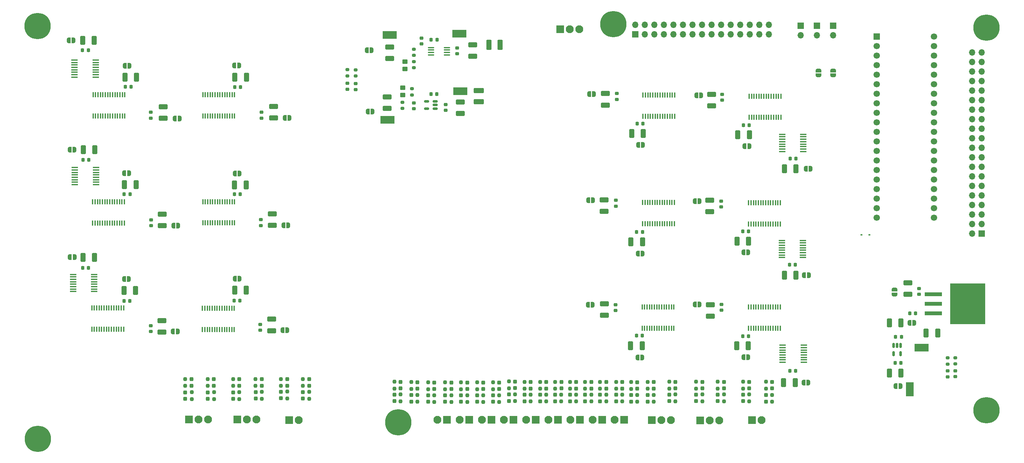
<source format=gbr>
%TF.GenerationSoftware,KiCad,Pcbnew,(6.0.11)*%
%TF.CreationDate,2023-06-01T10:52:31+02:00*%
%TF.ProjectId,Project_V11_Final,50726f6a-6563-4745-9f56-31315f46696e,V11*%
%TF.SameCoordinates,Original*%
%TF.FileFunction,Soldermask,Top*%
%TF.FilePolarity,Negative*%
%FSLAX46Y46*%
G04 Gerber Fmt 4.6, Leading zero omitted, Abs format (unit mm)*
G04 Created by KiCad (PCBNEW (6.0.11)) date 2023-06-01 10:52:31*
%MOMM*%
%LPD*%
G01*
G04 APERTURE LIST*
G04 Aperture macros list*
%AMRoundRect*
0 Rectangle with rounded corners*
0 $1 Rounding radius*
0 $2 $3 $4 $5 $6 $7 $8 $9 X,Y pos of 4 corners*
0 Add a 4 corners polygon primitive as box body*
4,1,4,$2,$3,$4,$5,$6,$7,$8,$9,$2,$3,0*
0 Add four circle primitives for the rounded corners*
1,1,$1+$1,$2,$3*
1,1,$1+$1,$4,$5*
1,1,$1+$1,$6,$7*
1,1,$1+$1,$8,$9*
0 Add four rect primitives between the rounded corners*
20,1,$1+$1,$2,$3,$4,$5,0*
20,1,$1+$1,$4,$5,$6,$7,0*
20,1,$1+$1,$6,$7,$8,$9,0*
20,1,$1+$1,$8,$9,$2,$3,0*%
%AMFreePoly0*
4,1,22,0.500000,-0.750000,0.000000,-0.750000,0.000000,-0.745033,-0.079941,-0.743568,-0.215256,-0.701293,-0.333266,-0.622738,-0.424486,-0.514219,-0.481581,-0.384460,-0.499164,-0.250000,-0.500000,-0.250000,-0.500000,0.250000,-0.499164,0.250000,-0.499963,0.256109,-0.478152,0.396186,-0.417904,0.524511,-0.324060,0.630769,-0.204165,0.706417,-0.067858,0.745374,0.000000,0.744959,0.000000,0.750000,
0.500000,0.750000,0.500000,-0.750000,0.500000,-0.750000,$1*%
%AMFreePoly1*
4,1,20,0.000000,0.744959,0.073905,0.744508,0.209726,0.703889,0.328688,0.626782,0.421226,0.519385,0.479903,0.390333,0.500000,0.250000,0.500000,-0.250000,0.499851,-0.262216,0.476331,-0.402017,0.414519,-0.529596,0.319384,-0.634700,0.198574,-0.708877,0.061801,-0.746166,0.000000,-0.745033,0.000000,-0.750000,-0.500000,-0.750000,-0.500000,0.750000,0.000000,0.750000,0.000000,0.744959,
0.000000,0.744959,$1*%
G04 Aperture macros list end*
%ADD10RoundRect,0.237500X0.237500X-0.250000X0.237500X0.250000X-0.237500X0.250000X-0.237500X-0.250000X0*%
%ADD11FreePoly0,180.000000*%
%ADD12FreePoly1,180.000000*%
%ADD13R,2.100000X2.100000*%
%ADD14C,2.100000*%
%ADD15R,3.800000X2.000000*%
%ADD16R,1.700000X1.700000*%
%ADD17O,1.700000X1.700000*%
%ADD18RoundRect,0.250000X-0.925000X0.412500X-0.925000X-0.412500X0.925000X-0.412500X0.925000X0.412500X0*%
%ADD19RoundRect,0.250000X0.925000X-0.412500X0.925000X0.412500X-0.925000X0.412500X-0.925000X-0.412500X0*%
%ADD20RoundRect,0.237500X0.237500X-0.300000X0.237500X0.300000X-0.237500X0.300000X-0.237500X-0.300000X0*%
%ADD21FreePoly0,270.000000*%
%ADD22FreePoly1,270.000000*%
%ADD23RoundRect,0.250000X-0.412500X-0.925000X0.412500X-0.925000X0.412500X0.925000X-0.412500X0.925000X0*%
%ADD24RoundRect,0.218750X0.256250X-0.218750X0.256250X0.218750X-0.256250X0.218750X-0.256250X-0.218750X0*%
%ADD25RoundRect,0.225000X-0.225000X-0.250000X0.225000X-0.250000X0.225000X0.250000X-0.225000X0.250000X0*%
%ADD26RoundRect,0.225000X-0.250000X0.225000X-0.250000X-0.225000X0.250000X-0.225000X0.250000X0.225000X0*%
%ADD27RoundRect,0.237500X-0.237500X0.300000X-0.237500X-0.300000X0.237500X-0.300000X0.237500X0.300000X0*%
%ADD28FreePoly0,0.000000*%
%ADD29FreePoly1,0.000000*%
%ADD30RoundRect,0.250000X0.412500X0.925000X-0.412500X0.925000X-0.412500X-0.925000X0.412500X-0.925000X0*%
%ADD31R,1.676400X0.355600*%
%ADD32RoundRect,0.225000X0.250000X-0.225000X0.250000X0.225000X-0.250000X0.225000X-0.250000X-0.225000X0*%
%ADD33RoundRect,0.200000X-0.275000X0.200000X-0.275000X-0.200000X0.275000X-0.200000X0.275000X0.200000X0*%
%ADD34RoundRect,0.150000X0.512500X0.150000X-0.512500X0.150000X-0.512500X-0.150000X0.512500X-0.150000X0*%
%ADD35RoundRect,0.225000X0.225000X0.250000X-0.225000X0.250000X-0.225000X-0.250000X0.225000X-0.250000X0*%
%ADD36RoundRect,0.250001X0.462499X1.074999X-0.462499X1.074999X-0.462499X-1.074999X0.462499X-1.074999X0*%
%ADD37C,3.900000*%
%ADD38C,7.000000*%
%ADD39R,2.000000X3.800000*%
%ADD40R,0.600000X0.450000*%
%ADD41RoundRect,0.200000X0.275000X-0.200000X0.275000X0.200000X-0.275000X0.200000X-0.275000X-0.200000X0*%
%ADD42R,0.355600X1.473200*%
%ADD43RoundRect,0.150000X-0.150000X0.512500X-0.150000X-0.512500X0.150000X-0.512500X0.150000X0.512500X0*%
%ADD44C,1.700000*%
%ADD45RoundRect,0.100000X-0.712500X-0.100000X0.712500X-0.100000X0.712500X0.100000X-0.712500X0.100000X0*%
%ADD46RoundRect,0.218750X-0.256250X0.218750X-0.256250X-0.218750X0.256250X-0.218750X0.256250X0.218750X0*%
%ADD47RoundRect,0.250000X-0.450000X0.350000X-0.450000X-0.350000X0.450000X-0.350000X0.450000X0.350000X0*%
%ADD48R,4.600000X1.100000*%
%ADD49R,9.400000X10.800000*%
%ADD50RoundRect,0.250001X1.074999X-0.462499X1.074999X0.462499X-1.074999X0.462499X-1.074999X-0.462499X0*%
G04 APERTURE END LIST*
D10*
%TO.C,R33*%
X182150000Y-139912500D03*
X182150000Y-138087500D03*
%TD*%
D11*
%TO.C,JP3*%
X111452200Y-46256200D03*
D12*
X110152200Y-46256200D03*
%TD*%
D13*
%TO.C,J5*%
X149220000Y-144750000D03*
D14*
X146680000Y-144750000D03*
%TD*%
D15*
%TO.C,TP2*%
X135032500Y-57167500D03*
%TD*%
D16*
%TO.C,JP36*%
X225680000Y-39730000D03*
D17*
X225680000Y-42270000D03*
%TD*%
D18*
%TO.C,C97*%
X55939499Y-61326150D03*
X55939499Y-64401150D03*
%TD*%
D19*
%TO.C,C96*%
X173438628Y-116898968D03*
X173438628Y-113823968D03*
%TD*%
D20*
%TO.C,C35*%
X160250000Y-139787500D03*
X160250000Y-138062500D03*
%TD*%
D13*
%TO.C,J10*%
X178690000Y-144750000D03*
D14*
X176150000Y-144750000D03*
%TD*%
D10*
%TO.C,R5*%
X135250000Y-136587500D03*
X135250000Y-134762500D03*
%TD*%
%TO.C,R56*%
X80570000Y-135697500D03*
X80570000Y-133872500D03*
%TD*%
D21*
%TO.C,JP30*%
X230350000Y-51650000D03*
D22*
X230350000Y-52950000D03*
%TD*%
D10*
%TO.C,R16*%
X149650000Y-139737500D03*
X149650000Y-137912500D03*
%TD*%
D23*
%TO.C,C24*%
X259032500Y-121580000D03*
X262107500Y-121580000D03*
%TD*%
D13*
%TO.C,J11*%
X186060000Y-144800000D03*
D14*
X188600000Y-144800000D03*
X191140000Y-144800000D03*
%TD*%
D20*
%TO.C,C13*%
X126500000Y-139937500D03*
X126500000Y-138212500D03*
%TD*%
D24*
%TO.C,D1*%
X266780000Y-133226500D03*
X266780000Y-131651500D03*
%TD*%
D11*
%TO.C,JP10*%
X211987347Y-71850000D03*
D12*
X210687347Y-71850000D03*
%TD*%
D25*
%TO.C,C99*%
X222850000Y-75100000D03*
X224400000Y-75100000D03*
%TD*%
D21*
%TO.C,JP1*%
X250620000Y-110030000D03*
D22*
X250620000Y-111330000D03*
%TD*%
D25*
%TO.C,C58*%
X210198626Y-122467742D03*
X211748626Y-122467742D03*
%TD*%
D26*
%TO.C,C88*%
X81820000Y-119315000D03*
X81820000Y-120865000D03*
%TD*%
D10*
%TO.C,R21*%
X168250000Y-136437500D03*
X168250000Y-134612500D03*
%TD*%
%TO.C,R46*%
X190650000Y-136387500D03*
X190650000Y-134562500D03*
%TD*%
D27*
%TO.C,C4*%
X123650000Y-134737500D03*
X123650000Y-136462500D03*
%TD*%
%TO.C,C26*%
X157950000Y-134662500D03*
X157950000Y-136387500D03*
%TD*%
D28*
%TO.C,JP7*%
X74889499Y-50313650D03*
D29*
X76189499Y-50313650D03*
%TD*%
D30*
%TO.C,C62*%
X252327500Y-132235000D03*
X249252500Y-132235000D03*
%TD*%
D10*
%TO.C,R47*%
X210300000Y-136387500D03*
X210300000Y-134562500D03*
%TD*%
%TO.C,R50*%
X205200000Y-139812500D03*
X205200000Y-137987500D03*
%TD*%
D23*
%TO.C,C125*%
X34624999Y-101430650D03*
X37699999Y-101430650D03*
%TD*%
D27*
%TO.C,C28*%
X165900000Y-134662500D03*
X165900000Y-136387500D03*
%TD*%
D10*
%TO.C,R2*%
X122000000Y-136512500D03*
X122000000Y-134687500D03*
%TD*%
D16*
%TO.C,J17*%
X181635000Y-42040000D03*
D17*
X181635000Y-39500000D03*
X184175000Y-42040000D03*
X184175000Y-39500000D03*
X186715000Y-42040000D03*
X186715000Y-39500000D03*
X189255000Y-42040000D03*
X189255000Y-39500000D03*
X191795000Y-42040000D03*
X191795000Y-39500000D03*
X194335000Y-42040000D03*
X194335000Y-39500000D03*
X196875000Y-42040000D03*
X196875000Y-39500000D03*
X199415000Y-42040000D03*
X199415000Y-39500000D03*
X201955000Y-42040000D03*
X201955000Y-39500000D03*
X204495000Y-42040000D03*
X204495000Y-39500000D03*
X207035000Y-42040000D03*
X207035000Y-39500000D03*
X209575000Y-42040000D03*
X209575000Y-39500000D03*
X212115000Y-42040000D03*
X212115000Y-39500000D03*
X214655000Y-42040000D03*
X214655000Y-39500000D03*
X217195000Y-42040000D03*
X217195000Y-39500000D03*
%TD*%
D31*
%TO.C,U23*%
X38008899Y-53438649D03*
X38008899Y-52788651D03*
X38008899Y-52138649D03*
X38008899Y-51488651D03*
X38008899Y-50838652D03*
X38008899Y-50188651D03*
X38008899Y-49538652D03*
X38008899Y-48888651D03*
X32370099Y-48888651D03*
X32370099Y-49538649D03*
X32370099Y-50188651D03*
X32370099Y-50838649D03*
X32370099Y-51488648D03*
X32370099Y-52138649D03*
X32370099Y-52788648D03*
X32370099Y-53438649D03*
%TD*%
D32*
%TO.C,C67*%
X204714347Y-59587000D03*
X204714347Y-58037000D03*
%TD*%
D10*
%TO.C,R1*%
X117500000Y-136412500D03*
X117500000Y-134587500D03*
%TD*%
D11*
%TO.C,JP26*%
X170388520Y-86257500D03*
D12*
X169088520Y-86257500D03*
%TD*%
D20*
%TO.C,C127*%
X80600000Y-139062500D03*
X80600000Y-137337500D03*
%TD*%
D15*
%TO.C,TP4*%
X115630000Y-64810000D03*
%TD*%
D20*
%TO.C,C17*%
X143750000Y-139937500D03*
X143750000Y-138212500D03*
%TD*%
D27*
%TO.C,C25*%
X153800000Y-134662500D03*
X153800000Y-136387500D03*
%TD*%
D33*
%TO.C,R34*%
X119677400Y-60122700D03*
X119677400Y-61772700D03*
%TD*%
D32*
%TO.C,C90*%
X176359628Y-115628468D03*
X176359628Y-114078468D03*
%TD*%
D15*
%TO.C,TP3*%
X257800000Y-125490000D03*
%TD*%
D20*
%TO.C,C115*%
X210293750Y-139750000D03*
X210293750Y-138025000D03*
%TD*%
D10*
%TO.C,R27*%
X157950000Y-139837500D03*
X157950000Y-138012500D03*
%TD*%
D25*
%TO.C,C104*%
X222762821Y-131689303D03*
X224312821Y-131689303D03*
%TD*%
D20*
%TO.C,C126*%
X74570000Y-139162500D03*
X74570000Y-137437500D03*
%TD*%
D15*
%TO.C,TP5*%
X116270000Y-42220000D03*
%TD*%
D10*
%TO.C,R43*%
X197800000Y-136387500D03*
X197800000Y-134562500D03*
%TD*%
%TO.C,R19*%
X160250000Y-136437500D03*
X160250000Y-134612500D03*
%TD*%
%TO.C,R57*%
X93170000Y-135697500D03*
X93170000Y-133872500D03*
%TD*%
D11*
%TO.C,JP17*%
X198750000Y-86500000D03*
D12*
X197450000Y-86500000D03*
%TD*%
D27*
%TO.C,C27*%
X161950000Y-134612500D03*
X161950000Y-136337500D03*
%TD*%
%TO.C,C110*%
X186550000Y-134687500D03*
X186550000Y-136412500D03*
%TD*%
D10*
%TO.C,R17*%
X152150000Y-136437500D03*
X152150000Y-134612500D03*
%TD*%
D32*
%TO.C,C44*%
X124710000Y-44575000D03*
X124710000Y-43025000D03*
%TD*%
D10*
%TO.C,R6*%
X139500000Y-136587500D03*
X139500000Y-134762500D03*
%TD*%
D30*
%TO.C,C47*%
X252327500Y-118900000D03*
X249252500Y-118900000D03*
%TD*%
D11*
%TO.C,JP40*%
X32412499Y-101380650D03*
D12*
X31112499Y-101380650D03*
%TD*%
D11*
%TO.C,JP16*%
X199150000Y-58300000D03*
D12*
X197850000Y-58300000D03*
%TD*%
D20*
%TO.C,C39*%
X176500000Y-139787500D03*
X176500000Y-138062500D03*
%TD*%
D10*
%TO.C,R53*%
X211943750Y-139800000D03*
X211943750Y-137975000D03*
%TD*%
%TO.C,R7*%
X143750000Y-136587500D03*
X143750000Y-134762500D03*
%TD*%
D25*
%TO.C,C59*%
X210234521Y-94538105D03*
X211784521Y-94538105D03*
%TD*%
D11*
%TO.C,JP39*%
X32089499Y-43613650D03*
D12*
X30789499Y-43613650D03*
%TD*%
D10*
%TO.C,R22*%
X172250000Y-136437500D03*
X172250000Y-134612500D03*
%TD*%
D11*
%TO.C,JP11*%
X252198000Y-135781750D03*
D12*
X250898000Y-135781750D03*
%TD*%
D28*
%TO.C,JP5*%
X45602500Y-78993650D03*
D29*
X46902500Y-78993650D03*
%TD*%
D34*
%TO.C,U3*%
X128327400Y-61807700D03*
X128327400Y-60857700D03*
X128327400Y-59907700D03*
X126052400Y-59907700D03*
X126052400Y-61807700D03*
%TD*%
D27*
%TO.C,C32*%
X182150000Y-134737500D03*
X182150000Y-136462500D03*
%TD*%
D20*
%TO.C,C33*%
X152150000Y-139787500D03*
X152150000Y-138062500D03*
%TD*%
D35*
%TO.C,C84*%
X76412499Y-113005650D03*
X74862499Y-113005650D03*
%TD*%
D18*
%TO.C,C69*%
X55716499Y-89911300D03*
X55716499Y-92986300D03*
%TD*%
D36*
%TO.C,L1*%
X145647500Y-44810000D03*
X142672500Y-44810000D03*
%TD*%
D30*
%TO.C,C52*%
X211661126Y-125017742D03*
X208586126Y-125017742D03*
%TD*%
D10*
%TO.C,R18*%
X156300000Y-136437500D03*
X156300000Y-134612500D03*
%TD*%
%TO.C,R59*%
X87320000Y-135697500D03*
X87320000Y-133872500D03*
%TD*%
D32*
%TO.C,C66*%
X204553628Y-115501468D03*
X204553628Y-113951468D03*
%TD*%
D35*
%TO.C,C81*%
X76477500Y-84643650D03*
X74927500Y-84643650D03*
%TD*%
D27*
%TO.C,C109*%
X211950000Y-134612500D03*
X211950000Y-136337500D03*
%TD*%
D10*
%TO.C,R62*%
X82202000Y-139112500D03*
X82202000Y-137287500D03*
%TD*%
D37*
%TO.C,H4*%
X275056600Y-40223200D03*
D38*
X275056600Y-40223200D03*
%TD*%
D11*
%TO.C,JP20*%
X183559521Y-100438105D03*
D12*
X182259521Y-100438105D03*
%TD*%
D27*
%TO.C,C8*%
X141150000Y-134812500D03*
X141150000Y-136537500D03*
%TD*%
D23*
%TO.C,C79*%
X45801999Y-53463650D03*
X48876999Y-53463650D03*
%TD*%
%TO.C,C51*%
X75051999Y-53463650D03*
X78126999Y-53463650D03*
%TD*%
D27*
%TO.C,C117*%
X76220000Y-133922500D03*
X76220000Y-135647500D03*
%TD*%
D20*
%TO.C,C15*%
X135250000Y-139937500D03*
X135250000Y-138212500D03*
%TD*%
D27*
%TO.C,C10*%
X149650000Y-134562500D03*
X149650000Y-136287500D03*
%TD*%
D39*
%TO.C,TP6*%
X254727000Y-136553000D03*
%TD*%
D18*
%TO.C,C71*%
X85339499Y-61226150D03*
X85339499Y-64301150D03*
%TD*%
D10*
%TO.C,R31*%
X173900000Y-139837500D03*
X173900000Y-138012500D03*
%TD*%
D40*
%TO.C,D5*%
X241810000Y-95420000D03*
X243910000Y-95420000D03*
%TD*%
D10*
%TO.C,R54*%
X186550000Y-139912500D03*
X186550000Y-138087500D03*
%TD*%
%TO.C,R28*%
X161900000Y-139837500D03*
X161900000Y-138012500D03*
%TD*%
D30*
%TO.C,C54*%
X211974847Y-68750000D03*
X208899847Y-68750000D03*
%TD*%
D11*
%TO.C,JP15*%
X198726628Y-113964468D03*
D12*
X197426628Y-113964468D03*
%TD*%
D10*
%TO.C,R58*%
X67820000Y-135697500D03*
X67820000Y-133872500D03*
%TD*%
D11*
%TO.C,JP38*%
X32352500Y-72743650D03*
D12*
X31052500Y-72743650D03*
%TD*%
D41*
%TO.C,R41*%
X104955800Y-53105100D03*
X104955800Y-51455100D03*
%TD*%
D10*
%TO.C,R15*%
X145400000Y-139987500D03*
X145400000Y-138162500D03*
%TD*%
D28*
%TO.C,JP21*%
X74987499Y-107155650D03*
D29*
X76287499Y-107155650D03*
%TD*%
D32*
%TO.C,C2*%
X257110000Y-111305000D03*
X257110000Y-109755000D03*
%TD*%
D27*
%TO.C,C7*%
X136900000Y-134812500D03*
X136900000Y-136537500D03*
%TD*%
D16*
%TO.C,JP34*%
X234260000Y-39730000D03*
D17*
X234260000Y-42270000D03*
%TD*%
D10*
%TO.C,R49*%
X199450000Y-139812500D03*
X199450000Y-137987500D03*
%TD*%
D28*
%TO.C,JP14*%
X88300000Y-64300000D03*
D29*
X89600000Y-64300000D03*
%TD*%
D42*
%TO.C,U11*%
X74975000Y-86630600D03*
X74324999Y-86630600D03*
X73675000Y-86630600D03*
X73024999Y-86630600D03*
X72375001Y-86630600D03*
X71724999Y-86630600D03*
X71075001Y-86630600D03*
X70425002Y-86630600D03*
X69775001Y-86630600D03*
X69125002Y-86630600D03*
X68475001Y-86630600D03*
X67825002Y-86630600D03*
X67175001Y-86630600D03*
X66525002Y-86630600D03*
X66525000Y-92269400D03*
X67175001Y-92269400D03*
X67825000Y-92269400D03*
X68475001Y-92269400D03*
X69124999Y-92269400D03*
X69775001Y-92269400D03*
X70424999Y-92269400D03*
X71075001Y-92269400D03*
X71724999Y-92269400D03*
X72375001Y-92269400D03*
X73024999Y-92269400D03*
X73675000Y-92269400D03*
X74324999Y-92269400D03*
X74975000Y-92269400D03*
%TD*%
%TO.C,U10*%
X211775000Y-92569400D03*
X212425001Y-92569400D03*
X213075000Y-92569400D03*
X213725001Y-92569400D03*
X214374999Y-92569400D03*
X215025001Y-92569400D03*
X215674999Y-92569400D03*
X216324998Y-92569400D03*
X216974999Y-92569400D03*
X217624998Y-92569400D03*
X218274999Y-92569400D03*
X218924998Y-92569400D03*
X219574999Y-92569400D03*
X220224998Y-92569400D03*
X220225000Y-86930600D03*
X219574999Y-86930600D03*
X218925000Y-86930600D03*
X218274999Y-86930600D03*
X217625001Y-86930600D03*
X216974999Y-86930600D03*
X216325001Y-86930600D03*
X215674999Y-86930600D03*
X215025001Y-86930600D03*
X214374999Y-86930600D03*
X213725001Y-86930600D03*
X213075000Y-86930600D03*
X212425001Y-86930600D03*
X211775000Y-86930600D03*
%TD*%
D35*
%TO.C,C132*%
X36177500Y-75493650D03*
X34627500Y-75493650D03*
%TD*%
D30*
%TO.C,C102*%
X224362500Y-77800000D03*
X221287500Y-77800000D03*
%TD*%
D33*
%TO.C,R37*%
X122679650Y-45975000D03*
X122679650Y-47625000D03*
%TD*%
D19*
%TO.C,C95*%
X173294520Y-89192000D03*
X173294520Y-86117000D03*
%TD*%
D30*
%TO.C,C101*%
X224175321Y-134789303D03*
X221100321Y-134789303D03*
%TD*%
D10*
%TO.C,R61*%
X76220000Y-139212500D03*
X76220000Y-137387500D03*
%TD*%
D42*
%TO.C,U5*%
X45642000Y-86658750D03*
X44991999Y-86658750D03*
X44342000Y-86658750D03*
X43691999Y-86658750D03*
X43042001Y-86658750D03*
X42391999Y-86658750D03*
X41742001Y-86658750D03*
X41092002Y-86658750D03*
X40442001Y-86658750D03*
X39792002Y-86658750D03*
X39142001Y-86658750D03*
X38492002Y-86658750D03*
X37842001Y-86658750D03*
X37192002Y-86658750D03*
X37192000Y-92297550D03*
X37842001Y-92297550D03*
X38492000Y-92297550D03*
X39142001Y-92297550D03*
X39791999Y-92297550D03*
X40442001Y-92297550D03*
X41091999Y-92297550D03*
X41742001Y-92297550D03*
X42391999Y-92297550D03*
X43042001Y-92297550D03*
X43691999Y-92297550D03*
X44342000Y-92297550D03*
X44991999Y-92297550D03*
X45642000Y-92297550D03*
%TD*%
D10*
%TO.C,R23*%
X176500000Y-136437500D03*
X176500000Y-134612500D03*
%TD*%
D28*
%TO.C,JP6*%
X45537499Y-107255650D03*
D29*
X46837499Y-107255650D03*
%TD*%
D10*
%TO.C,R29*%
X165900000Y-139837500D03*
X165900000Y-138012500D03*
%TD*%
D18*
%TO.C,C46*%
X116214900Y-45403900D03*
X116214900Y-48478900D03*
%TD*%
D20*
%TO.C,C111*%
X197800000Y-139762500D03*
X197800000Y-138037500D03*
%TD*%
D43*
%TO.C,U4*%
X252248000Y-124874500D03*
X251298000Y-124874500D03*
X250348000Y-124874500D03*
X250348000Y-127149500D03*
X252248000Y-127149500D03*
%TD*%
D26*
%TO.C,C87*%
X82002500Y-91418650D03*
X82002500Y-92968650D03*
%TD*%
D16*
%TO.C,U20*%
X245880000Y-42620000D03*
D44*
X245880000Y-45160000D03*
X245880000Y-47700000D03*
X245880000Y-50240000D03*
X245880000Y-52780000D03*
X245880000Y-55320000D03*
X245880000Y-57860000D03*
X245880000Y-60400000D03*
X245880000Y-62940000D03*
X245880000Y-65480000D03*
X245880000Y-68020000D03*
X245880000Y-70560000D03*
X245880000Y-73100000D03*
X245880000Y-75640000D03*
X245880000Y-78180000D03*
X245880000Y-80720000D03*
X245880000Y-83260000D03*
X245880000Y-85800000D03*
X245880000Y-88340000D03*
X245880000Y-90880000D03*
X261120000Y-90880000D03*
X261120000Y-88340000D03*
X261120000Y-85800000D03*
X261120000Y-83260000D03*
X261120000Y-80720000D03*
X261120000Y-78180000D03*
X261120000Y-75640000D03*
X261120000Y-73100000D03*
X261120000Y-70560000D03*
X261120000Y-68020000D03*
X261120000Y-65480000D03*
X261120000Y-62940000D03*
X261120000Y-60400000D03*
X261120000Y-57860000D03*
X261120000Y-55320000D03*
X261120000Y-52780000D03*
X261120000Y-50240000D03*
X261120000Y-47700000D03*
X261120000Y-45160000D03*
X261120000Y-42620000D03*
%TD*%
D18*
%TO.C,C94*%
X84814499Y-117920150D03*
X84814499Y-120995150D03*
%TD*%
D27*
%TO.C,C6*%
X132650000Y-134812500D03*
X132650000Y-136537500D03*
%TD*%
D11*
%TO.C,JP4*%
X255875000Y-118941000D03*
D12*
X254575000Y-118941000D03*
%TD*%
D13*
%TO.C,J16*%
X89510000Y-144800000D03*
D14*
X92050000Y-144800000D03*
%TD*%
D35*
%TO.C,C85*%
X47414499Y-56013650D03*
X45864499Y-56013650D03*
%TD*%
%TO.C,C61*%
X252327000Y-129568000D03*
X250777000Y-129568000D03*
%TD*%
%TO.C,C42*%
X128807500Y-57967500D03*
X127257500Y-57967500D03*
%TD*%
D20*
%TO.C,C113*%
X216400000Y-139862500D03*
X216400000Y-138137500D03*
%TD*%
D27*
%TO.C,C5*%
X128150000Y-134812500D03*
X128150000Y-136537500D03*
%TD*%
D13*
%TO.C,J12*%
X198860000Y-144900000D03*
D14*
X201400000Y-144900000D03*
X203940000Y-144900000D03*
%TD*%
D25*
%TO.C,C86*%
X182137347Y-65800000D03*
X183687347Y-65800000D03*
%TD*%
D20*
%TO.C,C128*%
X93150000Y-139062500D03*
X93150000Y-137337500D03*
%TD*%
D28*
%TO.C,JP12*%
X58666499Y-92948800D03*
D29*
X59966499Y-92948800D03*
%TD*%
D13*
%TO.C,J13*%
X212730000Y-144800000D03*
D14*
X215270000Y-144800000D03*
%TD*%
D24*
%TO.C,D3*%
X104955800Y-56649000D03*
X104955800Y-55074000D03*
%TD*%
D37*
%TO.C,H3*%
X175742600Y-39308800D03*
D38*
X175742600Y-39308800D03*
%TD*%
D15*
%TO.C,TP1*%
X134830200Y-41853200D03*
%TD*%
D23*
%TO.C,C49*%
X45665000Y-82093650D03*
X48740000Y-82093650D03*
%TD*%
D35*
%TO.C,C134*%
X36087499Y-104280650D03*
X34537499Y-104280650D03*
%TD*%
D27*
%TO.C,C107*%
X218050000Y-134612500D03*
X218050000Y-136337500D03*
%TD*%
%TO.C,C29*%
X169900000Y-134662500D03*
X169900000Y-136387500D03*
%TD*%
D45*
%TO.C,U2*%
X127285000Y-45560000D03*
X127285000Y-46210000D03*
X127285000Y-46860000D03*
X127285000Y-47510000D03*
X131510000Y-47510000D03*
X131510000Y-46860000D03*
X131510000Y-46210000D03*
X131510000Y-45560000D03*
%TD*%
D13*
%TO.C,J4*%
X143320000Y-144750000D03*
D14*
X140780000Y-144750000D03*
%TD*%
D26*
%TO.C,C21*%
X134230200Y-45653200D03*
X134230200Y-47203200D03*
%TD*%
D46*
%TO.C,D2*%
X107160000Y-55162500D03*
X107160000Y-56737500D03*
%TD*%
D30*
%TO.C,C100*%
X224400097Y-106234090D03*
X221325097Y-106234090D03*
%TD*%
D23*
%TO.C,C78*%
X74999999Y-110205650D03*
X78074999Y-110205650D03*
%TD*%
D28*
%TO.C,JP22*%
X45689499Y-50363650D03*
D29*
X46989499Y-50363650D03*
%TD*%
D47*
%TO.C,R39*%
X120314850Y-49263200D03*
X120314850Y-51263200D03*
%TD*%
D24*
%TO.C,D4*%
X264727000Y-133293500D03*
X264727000Y-131718500D03*
%TD*%
D13*
%TO.C,J1*%
X161600000Y-40700000D03*
D14*
X164140000Y-40700000D03*
X166680000Y-40700000D03*
%TD*%
D10*
%TO.C,R14*%
X141150000Y-139987500D03*
X141150000Y-138162500D03*
%TD*%
D13*
%TO.C,J8*%
X166890000Y-144750000D03*
D14*
X164350000Y-144750000D03*
%TD*%
D42*
%TO.C,U14*%
X183454000Y-120319400D03*
X184104001Y-120319400D03*
X184754000Y-120319400D03*
X185404001Y-120319400D03*
X186053999Y-120319400D03*
X186704001Y-120319400D03*
X187353999Y-120319400D03*
X188003998Y-120319400D03*
X188653999Y-120319400D03*
X189303998Y-120319400D03*
X189953999Y-120319400D03*
X190603998Y-120319400D03*
X191253999Y-120319400D03*
X191903998Y-120319400D03*
X191904000Y-114680600D03*
X191253999Y-114680600D03*
X190604000Y-114680600D03*
X189953999Y-114680600D03*
X189304001Y-114680600D03*
X188653999Y-114680600D03*
X188004001Y-114680600D03*
X187353999Y-114680600D03*
X186704001Y-114680600D03*
X186053999Y-114680600D03*
X185404001Y-114680600D03*
X184754000Y-114680600D03*
X184104001Y-114680600D03*
X183454000Y-114680600D03*
%TD*%
D27*
%TO.C,C3*%
X119150000Y-134637500D03*
X119150000Y-136362500D03*
%TD*%
%TO.C,C105*%
X199450000Y-134612500D03*
X199450000Y-136337500D03*
%TD*%
D10*
%TO.C,R10*%
X123650000Y-139912500D03*
X123650000Y-138087500D03*
%TD*%
D33*
%TO.C,R35*%
X122186100Y-56527500D03*
X122186100Y-58177500D03*
%TD*%
D13*
%TO.C,J2*%
X131520000Y-144750000D03*
D14*
X128980000Y-144750000D03*
%TD*%
D26*
%TO.C,C22*%
X131132500Y-60692500D03*
X131132500Y-62242500D03*
%TD*%
D10*
%TO.C,R66*%
X63600000Y-139212500D03*
X63600000Y-137387500D03*
%TD*%
D19*
%TO.C,C1*%
X254190000Y-111277500D03*
X254190000Y-108202500D03*
%TD*%
%TO.C,C98*%
X173640346Y-60868479D03*
X173640346Y-57793479D03*
%TD*%
D30*
%TO.C,C76*%
X183461126Y-125017742D03*
X180386126Y-125017742D03*
%TD*%
D31*
%TO.C,U17*%
X220717947Y-68675001D03*
X220717947Y-69324999D03*
X220717947Y-69975001D03*
X220717947Y-70624999D03*
X220717947Y-71274998D03*
X220717947Y-71924999D03*
X220717947Y-72574998D03*
X220717947Y-73224999D03*
X226356747Y-73224999D03*
X226356747Y-72575001D03*
X226356747Y-71924999D03*
X226356747Y-71275001D03*
X226356747Y-70625002D03*
X226356747Y-69975001D03*
X226356747Y-69325002D03*
X226356747Y-68675001D03*
%TD*%
D19*
%TO.C,C74*%
X201458500Y-89280900D03*
X201458500Y-86205900D03*
%TD*%
D27*
%TO.C,C9*%
X145400000Y-134812500D03*
X145400000Y-136537500D03*
%TD*%
D10*
%TO.C,R12*%
X132650000Y-139987500D03*
X132650000Y-138162500D03*
%TD*%
D28*
%TO.C,JP24*%
X87952500Y-92893650D03*
D29*
X89252500Y-92893650D03*
%TD*%
D20*
%TO.C,C114*%
X190650000Y-139762500D03*
X190650000Y-138037500D03*
%TD*%
%TO.C,C131*%
X61820000Y-139162500D03*
X61820000Y-137437500D03*
%TD*%
D37*
%TO.C,H6*%
X22529800Y-39816800D03*
D38*
X22529800Y-39816800D03*
%TD*%
D48*
%TO.C,U1*%
X260960000Y-111300000D03*
X260960000Y-113840000D03*
D49*
X270110000Y-113840000D03*
D48*
X260960000Y-116380000D03*
%TD*%
D30*
%TO.C,C53*%
X211747021Y-97138105D03*
X208672021Y-97138105D03*
%TD*%
D23*
%TO.C,C123*%
X34715000Y-72793650D03*
X37790000Y-72793650D03*
%TD*%
D10*
%TO.C,R11*%
X128150000Y-139987500D03*
X128150000Y-138162500D03*
%TD*%
D25*
%TO.C,C41*%
X127301700Y-43461600D03*
X128851700Y-43461600D03*
%TD*%
D28*
%TO.C,JP28*%
X59039499Y-64463650D03*
D29*
X60339499Y-64463650D03*
%TD*%
D10*
%TO.C,R3*%
X126500000Y-136587500D03*
X126500000Y-134762500D03*
%TD*%
D20*
%TO.C,C40*%
X180500000Y-139862500D03*
X180500000Y-138137500D03*
%TD*%
D16*
%TO.C,J18*%
X273850000Y-95100000D03*
D17*
X271310000Y-95100000D03*
X273850000Y-92560000D03*
X271310000Y-92560000D03*
X273850000Y-90020000D03*
X271310000Y-90020000D03*
X273850000Y-87480000D03*
X271310000Y-87480000D03*
X273850000Y-84940000D03*
X271310000Y-84940000D03*
X273850000Y-82400000D03*
X271310000Y-82400000D03*
X273850000Y-79860000D03*
X271310000Y-79860000D03*
X273850000Y-77320000D03*
X271310000Y-77320000D03*
X273850000Y-74780000D03*
X271310000Y-74780000D03*
X273850000Y-72240000D03*
X271310000Y-72240000D03*
X273850000Y-69700000D03*
X271310000Y-69700000D03*
X273850000Y-67160000D03*
X271310000Y-67160000D03*
X273850000Y-64620000D03*
X271310000Y-64620000D03*
X273850000Y-62080000D03*
X271310000Y-62080000D03*
X273850000Y-59540000D03*
X271310000Y-59540000D03*
X273850000Y-57000000D03*
X271310000Y-57000000D03*
X273850000Y-54460000D03*
X271310000Y-54460000D03*
X273850000Y-51920000D03*
X271310000Y-51920000D03*
X273850000Y-49380000D03*
X271310000Y-49380000D03*
X273850000Y-46840000D03*
X271310000Y-46840000D03*
%TD*%
D25*
%TO.C,C82*%
X181948626Y-122317742D03*
X183498626Y-122317742D03*
%TD*%
D37*
%TO.C,H5*%
X118541800Y-145379200D03*
D38*
X118541800Y-145379200D03*
%TD*%
D11*
%TO.C,JP19*%
X183473626Y-128117742D03*
D12*
X182173626Y-128117742D03*
%TD*%
D25*
%TO.C,C60*%
X210412347Y-66200000D03*
X211962347Y-66200000D03*
%TD*%
D13*
%TO.C,J6*%
X155090000Y-144750000D03*
D14*
X152550000Y-144750000D03*
%TD*%
D11*
%TO.C,JP23*%
X183687347Y-71500000D03*
D12*
X182387347Y-71500000D03*
%TD*%
D41*
%TO.C,R40*%
X107190000Y-53135000D03*
X107190000Y-51485000D03*
%TD*%
D42*
%TO.C,U15*%
X45765000Y-58130600D03*
X45114999Y-58130600D03*
X44465000Y-58130600D03*
X43814999Y-58130600D03*
X43165001Y-58130600D03*
X42514999Y-58130600D03*
X41865001Y-58130600D03*
X41215002Y-58130600D03*
X40565001Y-58130600D03*
X39915002Y-58130600D03*
X39265001Y-58130600D03*
X38615002Y-58130600D03*
X37965001Y-58130600D03*
X37315002Y-58130600D03*
X37315000Y-63769400D03*
X37965001Y-63769400D03*
X38615000Y-63769400D03*
X39265001Y-63769400D03*
X39914999Y-63769400D03*
X40565001Y-63769400D03*
X41214999Y-63769400D03*
X41865001Y-63769400D03*
X42514999Y-63769400D03*
X43165001Y-63769400D03*
X43814999Y-63769400D03*
X44465000Y-63769400D03*
X45114999Y-63769400D03*
X45765000Y-63769400D03*
%TD*%
D10*
%TO.C,R55*%
X74570000Y-135697500D03*
X74570000Y-133872500D03*
%TD*%
%TO.C,R52*%
X192300000Y-139812500D03*
X192300000Y-137987500D03*
%TD*%
D28*
%TO.C,JP32*%
X226512597Y-106234090D03*
D29*
X227812597Y-106234090D03*
%TD*%
D37*
%TO.C,H1*%
X22656800Y-149798800D03*
D38*
X22656800Y-149798800D03*
%TD*%
D10*
%TO.C,R20*%
X164250000Y-136437500D03*
X164250000Y-134612500D03*
%TD*%
D18*
%TO.C,C45*%
X115587400Y-58670200D03*
X115587400Y-61745200D03*
%TD*%
D26*
%TO.C,C63*%
X52716499Y-91473800D03*
X52716499Y-93023800D03*
%TD*%
D20*
%TO.C,C130*%
X87320000Y-138962500D03*
X87320000Y-137237500D03*
%TD*%
D47*
%TO.C,R38*%
X119732500Y-56217500D03*
X119732500Y-58217500D03*
%TD*%
D10*
%TO.C,R65*%
X89000000Y-139012500D03*
X89000000Y-137187500D03*
%TD*%
D13*
%TO.C,J7*%
X161020000Y-144750000D03*
D14*
X158480000Y-144750000D03*
%TD*%
D28*
%TO.C,JP25*%
X87720499Y-120854650D03*
D29*
X89020499Y-120854650D03*
%TD*%
D32*
%TO.C,C68*%
X204506500Y-88010400D03*
X204506500Y-86460400D03*
%TD*%
D35*
%TO.C,C56*%
X47112499Y-113055650D03*
X45562499Y-113055650D03*
%TD*%
D20*
%TO.C,C14*%
X131000000Y-139937500D03*
X131000000Y-138212500D03*
%TD*%
%TO.C,C16*%
X139500000Y-139937500D03*
X139500000Y-138212500D03*
%TD*%
D11*
%TO.C,JP8*%
X211673626Y-128067742D03*
D12*
X210373626Y-128067742D03*
%TD*%
D27*
%TO.C,C108*%
X192300000Y-134612500D03*
X192300000Y-136337500D03*
%TD*%
D20*
%TO.C,C36*%
X164250000Y-139787500D03*
X164250000Y-138062500D03*
%TD*%
D41*
%TO.C,R42*%
X264740000Y-129865000D03*
X264740000Y-128215000D03*
%TD*%
D27*
%TO.C,C119*%
X94820000Y-133922500D03*
X94820000Y-135647500D03*
%TD*%
D20*
%TO.C,C34*%
X156300000Y-139787500D03*
X156300000Y-138062500D03*
%TD*%
D10*
%TO.C,R48*%
X184900000Y-136462500D03*
X184900000Y-134637500D03*
%TD*%
D42*
%TO.C,U6*%
X45437499Y-114961250D03*
X44787498Y-114961250D03*
X44137499Y-114961250D03*
X43487498Y-114961250D03*
X42837500Y-114961250D03*
X42187498Y-114961250D03*
X41537500Y-114961250D03*
X40887501Y-114961250D03*
X40237500Y-114961250D03*
X39587501Y-114961250D03*
X38937500Y-114961250D03*
X38287501Y-114961250D03*
X37637500Y-114961250D03*
X36987501Y-114961250D03*
X36987499Y-120600050D03*
X37637500Y-120600050D03*
X38287499Y-120600050D03*
X38937500Y-120600050D03*
X39587498Y-120600050D03*
X40237500Y-120600050D03*
X40887498Y-120600050D03*
X41537500Y-120600050D03*
X42187498Y-120600050D03*
X42837500Y-120600050D03*
X43487498Y-120600050D03*
X44137499Y-120600050D03*
X44787498Y-120600050D03*
X45437499Y-120600050D03*
%TD*%
D27*
%TO.C,C30*%
X173900000Y-134662500D03*
X173900000Y-136387500D03*
%TD*%
D10*
%TO.C,R60*%
X61820000Y-135697500D03*
X61820000Y-133872500D03*
%TD*%
D28*
%TO.C,JP13*%
X58552498Y-121214550D03*
D29*
X59852498Y-121214550D03*
%TD*%
D41*
%TO.C,R25*%
X266780000Y-129835000D03*
X266780000Y-128185000D03*
%TD*%
D13*
%TO.C,J3*%
X137420000Y-144750000D03*
D14*
X134880000Y-144750000D03*
%TD*%
D35*
%TO.C,C48*%
X252454000Y-122583000D03*
X250904000Y-122583000D03*
%TD*%
D10*
%TO.C,R63*%
X94800000Y-139112500D03*
X94800000Y-137287500D03*
%TD*%
D27*
%TO.C,C120*%
X69470000Y-133922500D03*
X69470000Y-135647500D03*
%TD*%
D20*
%TO.C,C11*%
X117500000Y-139762500D03*
X117500000Y-138037500D03*
%TD*%
D42*
%TO.C,U8*%
X211775000Y-120319400D03*
X212425001Y-120319400D03*
X213075000Y-120319400D03*
X213725001Y-120319400D03*
X214374999Y-120319400D03*
X215025001Y-120319400D03*
X215674999Y-120319400D03*
X216324998Y-120319400D03*
X216974999Y-120319400D03*
X217624998Y-120319400D03*
X218274999Y-120319400D03*
X218924998Y-120319400D03*
X219574999Y-120319400D03*
X220224998Y-120319400D03*
X220225000Y-114680600D03*
X219574999Y-114680600D03*
X218925000Y-114680600D03*
X218274999Y-114680600D03*
X217625001Y-114680600D03*
X216974999Y-114680600D03*
X216325001Y-114680600D03*
X215674999Y-114680600D03*
X215025001Y-114680600D03*
X214374999Y-114680600D03*
X213725001Y-114680600D03*
X213075000Y-114680600D03*
X212425001Y-114680600D03*
X211775000Y-114680600D03*
%TD*%
D28*
%TO.C,JP33*%
X226387821Y-134789303D03*
D29*
X227687821Y-134789303D03*
%TD*%
D20*
%TO.C,C12*%
X122000000Y-139862500D03*
X122000000Y-138137500D03*
%TD*%
D31*
%TO.C,U19*%
X220846421Y-124848304D03*
X220846421Y-125498302D03*
X220846421Y-126148304D03*
X220846421Y-126798302D03*
X220846421Y-127448301D03*
X220846421Y-128098302D03*
X220846421Y-128748301D03*
X220846421Y-129398302D03*
X226485221Y-129398302D03*
X226485221Y-128748304D03*
X226485221Y-128098302D03*
X226485221Y-127448304D03*
X226485221Y-126798305D03*
X226485221Y-126148304D03*
X226485221Y-125498305D03*
X226485221Y-124848304D03*
%TD*%
D38*
%TO.C,H2*%
X275082000Y-142204200D03*
D37*
X275082000Y-142204200D03*
%TD*%
D35*
%TO.C,C23*%
X256210000Y-116390000D03*
X254660000Y-116390000D03*
%TD*%
D30*
%TO.C,C77*%
X183547021Y-97338105D03*
X180472021Y-97338105D03*
%TD*%
D20*
%TO.C,C129*%
X67820000Y-139162500D03*
X67820000Y-137437500D03*
%TD*%
D13*
%TO.C,J15*%
X75720000Y-144600000D03*
D14*
X78260000Y-144600000D03*
X80800000Y-144600000D03*
%TD*%
D10*
%TO.C,R4*%
X131000000Y-136587500D03*
X131000000Y-134762500D03*
%TD*%
D31*
%TO.C,U18*%
X220625871Y-96939090D03*
X220625871Y-97589088D03*
X220625871Y-98239090D03*
X220625871Y-98889088D03*
X220625871Y-99539087D03*
X220625871Y-100189088D03*
X220625871Y-100839087D03*
X220625871Y-101489088D03*
X226264671Y-101489088D03*
X226264671Y-100839090D03*
X226264671Y-100189088D03*
X226264671Y-99539090D03*
X226264671Y-98889091D03*
X226264671Y-98239090D03*
X226264671Y-97589091D03*
X226264671Y-96939090D03*
%TD*%
D42*
%TO.C,U13*%
X183581000Y-92442400D03*
X184231001Y-92442400D03*
X184881000Y-92442400D03*
X185531001Y-92442400D03*
X186180999Y-92442400D03*
X186831001Y-92442400D03*
X187480999Y-92442400D03*
X188130998Y-92442400D03*
X188780999Y-92442400D03*
X189430998Y-92442400D03*
X190080999Y-92442400D03*
X190730998Y-92442400D03*
X191380999Y-92442400D03*
X192030998Y-92442400D03*
X192031000Y-86803600D03*
X191380999Y-86803600D03*
X190731000Y-86803600D03*
X190080999Y-86803600D03*
X189431001Y-86803600D03*
X188780999Y-86803600D03*
X188131001Y-86803600D03*
X187480999Y-86803600D03*
X186831001Y-86803600D03*
X186180999Y-86803600D03*
X185531001Y-86803600D03*
X184881000Y-86803600D03*
X184231001Y-86803600D03*
X183581000Y-86803600D03*
%TD*%
%TO.C,U9*%
X211935719Y-64150932D03*
X212585720Y-64150932D03*
X213235719Y-64150932D03*
X213885720Y-64150932D03*
X214535718Y-64150932D03*
X215185720Y-64150932D03*
X215835718Y-64150932D03*
X216485717Y-64150932D03*
X217135718Y-64150932D03*
X217785717Y-64150932D03*
X218435718Y-64150932D03*
X219085717Y-64150932D03*
X219735718Y-64150932D03*
X220385717Y-64150932D03*
X220385719Y-58512132D03*
X219735718Y-58512132D03*
X219085719Y-58512132D03*
X218435718Y-58512132D03*
X217785720Y-58512132D03*
X217135718Y-58512132D03*
X216485720Y-58512132D03*
X215835718Y-58512132D03*
X215185720Y-58512132D03*
X214535718Y-58512132D03*
X213885720Y-58512132D03*
X213235719Y-58512132D03*
X212585720Y-58512132D03*
X211935719Y-58512132D03*
%TD*%
D19*
%TO.C,C20*%
X135032500Y-63105000D03*
X135032500Y-60030000D03*
%TD*%
D10*
%TO.C,R26*%
X153800000Y-139837500D03*
X153800000Y-138012500D03*
%TD*%
D27*
%TO.C,C31*%
X178150000Y-134662500D03*
X178150000Y-136387500D03*
%TD*%
D42*
%TO.C,U7*%
X74975000Y-58130600D03*
X74324999Y-58130600D03*
X73675000Y-58130600D03*
X73024999Y-58130600D03*
X72375001Y-58130600D03*
X71724999Y-58130600D03*
X71075001Y-58130600D03*
X70425002Y-58130600D03*
X69775001Y-58130600D03*
X69125002Y-58130600D03*
X68475001Y-58130600D03*
X67825002Y-58130600D03*
X67175001Y-58130600D03*
X66525002Y-58130600D03*
X66525000Y-63769400D03*
X67175001Y-63769400D03*
X67825000Y-63769400D03*
X68475001Y-63769400D03*
X69124999Y-63769400D03*
X69775001Y-63769400D03*
X70424999Y-63769400D03*
X71075001Y-63769400D03*
X71724999Y-63769400D03*
X72375001Y-63769400D03*
X73024999Y-63769400D03*
X73675000Y-63769400D03*
X74324999Y-63769400D03*
X74975000Y-63769400D03*
%TD*%
D10*
%TO.C,R51*%
X218050000Y-139912500D03*
X218050000Y-138087500D03*
%TD*%
D35*
%TO.C,C57*%
X76564499Y-56063650D03*
X75014499Y-56063650D03*
%TD*%
D13*
%TO.C,J9*%
X172790000Y-144750000D03*
D14*
X170250000Y-144750000D03*
%TD*%
D19*
%TO.C,C72*%
X201632628Y-117152968D03*
X201632628Y-114077968D03*
%TD*%
D28*
%TO.C,JP18*%
X75002500Y-79093650D03*
D29*
X76302500Y-79093650D03*
%TD*%
D26*
%TO.C,C91*%
X52639499Y-62788650D03*
X52639499Y-64338650D03*
%TD*%
D18*
%TO.C,C70*%
X55602498Y-118277050D03*
X55602498Y-121352050D03*
%TD*%
D11*
%TO.C,JP9*%
X211709521Y-100138105D03*
D12*
X210409521Y-100138105D03*
%TD*%
D21*
%TO.C,JP37*%
X234250000Y-51650000D03*
D22*
X234250000Y-52950000D03*
%TD*%
D10*
%TO.C,R9*%
X119150000Y-139812500D03*
X119150000Y-137987500D03*
%TD*%
D27*
%TO.C,C121*%
X88970000Y-133922500D03*
X88970000Y-135647500D03*
%TD*%
D10*
%TO.C,R24*%
X180500000Y-136512500D03*
X180500000Y-134687500D03*
%TD*%
D27*
%TO.C,C106*%
X205200000Y-134612500D03*
X205200000Y-136337500D03*
%TD*%
D10*
%TO.C,R44*%
X203550000Y-136387500D03*
X203550000Y-134562500D03*
%TD*%
D13*
%TO.C,J14*%
X62800000Y-144600000D03*
D14*
X65340000Y-144600000D03*
X67880000Y-144600000D03*
%TD*%
D11*
%TO.C,JP29*%
X170607346Y-57933979D03*
D12*
X169307346Y-57933979D03*
%TD*%
D20*
%TO.C,C37*%
X168250000Y-139787500D03*
X168250000Y-138062500D03*
%TD*%
D42*
%TO.C,U16*%
X183678219Y-63865182D03*
X184328220Y-63865182D03*
X184978219Y-63865182D03*
X185628220Y-63865182D03*
X186278218Y-63865182D03*
X186928220Y-63865182D03*
X187578218Y-63865182D03*
X188228217Y-63865182D03*
X188878218Y-63865182D03*
X189528217Y-63865182D03*
X190178218Y-63865182D03*
X190828217Y-63865182D03*
X191478218Y-63865182D03*
X192128217Y-63865182D03*
X192128219Y-58226382D03*
X191478218Y-58226382D03*
X190828219Y-58226382D03*
X190178218Y-58226382D03*
X189528220Y-58226382D03*
X188878218Y-58226382D03*
X188228220Y-58226382D03*
X187578218Y-58226382D03*
X186928220Y-58226382D03*
X186278218Y-58226382D03*
X185628220Y-58226382D03*
X184978219Y-58226382D03*
X184328220Y-58226382D03*
X183678219Y-58226382D03*
%TD*%
D25*
%TO.C,C83*%
X181984521Y-94688105D03*
X183534521Y-94688105D03*
%TD*%
D18*
%TO.C,C93*%
X85002500Y-89856150D03*
X85002500Y-92931150D03*
%TD*%
D26*
%TO.C,C65*%
X82139499Y-62788650D03*
X82139499Y-64338650D03*
%TD*%
D27*
%TO.C,C118*%
X82220000Y-133922500D03*
X82220000Y-135647500D03*
%TD*%
D20*
%TO.C,C38*%
X172250000Y-139787500D03*
X172250000Y-138062500D03*
%TD*%
D32*
%TO.C,C89*%
X176469520Y-87794500D03*
X176469520Y-86244500D03*
%TD*%
D20*
%TO.C,C18*%
X148000000Y-139687500D03*
X148000000Y-137962500D03*
%TD*%
D31*
%TO.C,U21*%
X37631899Y-110555649D03*
X37631899Y-109905651D03*
X37631899Y-109255649D03*
X37631899Y-108605651D03*
X37631899Y-107955652D03*
X37631899Y-107305651D03*
X37631899Y-106655652D03*
X37631899Y-106005651D03*
X31993099Y-106005651D03*
X31993099Y-106655649D03*
X31993099Y-107305651D03*
X31993099Y-107955649D03*
X31993099Y-108605648D03*
X31993099Y-109255649D03*
X31993099Y-109905648D03*
X31993099Y-110555649D03*
%TD*%
D27*
%TO.C,C122*%
X63470000Y-133922500D03*
X63470000Y-135647500D03*
%TD*%
D10*
%TO.C,R32*%
X178150000Y-139837500D03*
X178150000Y-138012500D03*
%TD*%
%TO.C,R30*%
X169900000Y-139837500D03*
X169900000Y-138012500D03*
%TD*%
%TO.C,R64*%
X69500000Y-139212500D03*
X69500000Y-137387500D03*
%TD*%
D25*
%TO.C,C103*%
X222687597Y-103434090D03*
X224237597Y-103434090D03*
%TD*%
D31*
%TO.C,U22*%
X38071900Y-82068649D03*
X38071900Y-81418651D03*
X38071900Y-80768649D03*
X38071900Y-80118651D03*
X38071900Y-79468652D03*
X38071900Y-78818651D03*
X38071900Y-78168652D03*
X38071900Y-77518651D03*
X32433100Y-77518651D03*
X32433100Y-78168649D03*
X32433100Y-78818651D03*
X32433100Y-79468649D03*
X32433100Y-80118648D03*
X32433100Y-80768649D03*
X32433100Y-81418648D03*
X32433100Y-82068649D03*
%TD*%
D35*
%TO.C,C133*%
X36039499Y-46263650D03*
X34489499Y-46263650D03*
%TD*%
D33*
%TO.C,R36*%
X122676950Y-49279000D03*
X122676950Y-50929000D03*
%TD*%
D11*
%TO.C,JP2*%
X111720000Y-62610000D03*
D12*
X110420000Y-62610000D03*
%TD*%
D20*
%TO.C,C116*%
X184900000Y-139862500D03*
X184900000Y-138137500D03*
%TD*%
D26*
%TO.C,C64*%
X52702498Y-119639550D03*
X52702498Y-121189550D03*
%TD*%
D16*
%TO.C,JP35*%
X229970000Y-39730000D03*
D17*
X229970000Y-42270000D03*
%TD*%
D30*
%TO.C,C80*%
X183724847Y-68400000D03*
X180649847Y-68400000D03*
%TD*%
D32*
%TO.C,C92*%
X176688346Y-59343979D03*
X176688346Y-57793979D03*
%TD*%
D10*
%TO.C,R8*%
X148000000Y-136337500D03*
X148000000Y-134512500D03*
%TD*%
%TO.C,R45*%
X216400000Y-136387500D03*
X216400000Y-134562500D03*
%TD*%
D18*
%TO.C,C19*%
X138330200Y-44790700D03*
X138330200Y-47865700D03*
%TD*%
D19*
%TO.C,C73*%
X201920347Y-61111500D03*
X201920347Y-58036500D03*
%TD*%
D20*
%TO.C,C112*%
X203550000Y-139762500D03*
X203550000Y-138037500D03*
%TD*%
D50*
%TO.C,L2*%
X139944025Y-59988000D03*
X139944025Y-57013000D03*
%TD*%
D28*
%TO.C,JP31*%
X226975000Y-77800000D03*
D29*
X228275000Y-77800000D03*
%TD*%
D23*
%TO.C,C50*%
X45549999Y-110255650D03*
X48624999Y-110255650D03*
%TD*%
D35*
%TO.C,C55*%
X47127500Y-84643650D03*
X45577500Y-84643650D03*
%TD*%
D42*
%TO.C,U12*%
X74875000Y-115030600D03*
X74224999Y-115030600D03*
X73575000Y-115030600D03*
X72924999Y-115030600D03*
X72275001Y-115030600D03*
X71624999Y-115030600D03*
X70975001Y-115030600D03*
X70325002Y-115030600D03*
X69675001Y-115030600D03*
X69025002Y-115030600D03*
X68375001Y-115030600D03*
X67725002Y-115030600D03*
X67075001Y-115030600D03*
X66425002Y-115030600D03*
X66425000Y-120669400D03*
X67075001Y-120669400D03*
X67725000Y-120669400D03*
X68375001Y-120669400D03*
X69024999Y-120669400D03*
X69675001Y-120669400D03*
X70324999Y-120669400D03*
X70975001Y-120669400D03*
X71624999Y-120669400D03*
X72275001Y-120669400D03*
X72924999Y-120669400D03*
X73575000Y-120669400D03*
X74224999Y-120669400D03*
X74875000Y-120669400D03*
%TD*%
D11*
%TO.C,JP27*%
X170278628Y-114091468D03*
D12*
X168978628Y-114091468D03*
%TD*%
D10*
%TO.C,R13*%
X136900000Y-139987500D03*
X136900000Y-138162500D03*
%TD*%
D32*
%TO.C,C43*%
X122727400Y-61832700D03*
X122727400Y-60282700D03*
%TD*%
D23*
%TO.C,C124*%
X34551999Y-43663650D03*
X37626999Y-43663650D03*
%TD*%
%TO.C,C75*%
X74965000Y-82193650D03*
X78040000Y-82193650D03*
%TD*%
M02*

</source>
